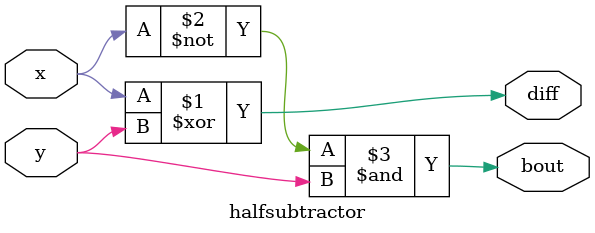
<source format=v>
`timescale 1ns / 1ps

module halfsubtractor(x,y,bout,diff);
input x,y;
output bout,diff;

assign diff = x^y;
assign bout = ~x&y;
endmodule

</source>
